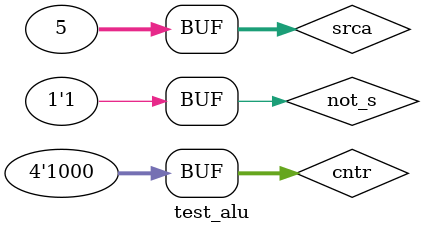
<source format=v>
module test_alu();

reg[31:0] srca,srcb;
reg[3:0] cntr;
reg[4:0] shamt;
reg not_s;
wire[31:0] resaltl;
wire[1:0] cnd;

localparam ADD = 4'b0000;
localparam AND = 4'b0001;
localparam OR  = 4'b0010;
localparam XOR = 4'b0011;
localparam SLL = 4'b0100;
localparam SRL = 4'b0101;
localparam SUB = 4'b0110;
localparam SRA = 4'b0111;
localparam AM  = 4'b1000;



 alu uut(
	.srca(srca),
	.srcb(srcb),
	.shamt(shamt),	
	.cntr(cntr),
	.not_s(not_s),
	.resalt(resalt),
	.cnd(cnd)
);
initial begin
	#5
	not_s = 1;
	#1
	srca = 10'd5;
	#1	
	srca = 10'd5;
	#1
	cntr = ADD;
	//$display('%d = %d + %d',resalt,srca,srcb);	
	#5
	#1
	srca = -5;
	#1	
	srca = 10'd5;
	#1
	cntr = ADD;
	#5
	//$display('%d = %d + %d',resalt,srca,srcb);	
	#1
	srca = -5;
	#1	
	srca = 10'd5;
	#1
	cntr = AND;
	//$display('%d = %d & %d',resalt,srca,srcb);
	#5
	#1
	srca = -5;
	#1	
	srca = 10'd5;
	#1
	cntr = OR;
	#5
	//$display('%d = %d | %d',resalt,srca,srcb);	
	#1
	srca = -5;
	#1	
	srca = 10'd5;
	#1
	cntr = XOR;
	#5
	//$display('%d = %d ^ %d',resalt,srca,srcb);		
	#1
	srca = -5;
	#1	
	srca = 10'd5;
	#1
	cntr = SLL;
	#5	
	//$display('%d = shift lift %d',resalt, srcb[4:0]);		
	#1
	srca = -5;
	#1	
	srca = 10'd5;
	#1
	cntr = SRL;
	#5
	//$display('%d = shift right %d',resalt, srcb[4:0]);	
	#1
	srca = 10'd1;
	#1	
	srca = 10'd5;
	#1
	cntr = SUB;
	#5
	//$display('%d = %d - %d',resalt,srca,srcb);	
	#1
	srca = 10'd3;
	#1	
	srca = 10'd5;
	#1
	cntr = SRA;
	#5
	//$display('%d = arifmetic shift right %d',resalt, srcb[4:0]);	
		
	#1
	srca = 10'd3;
	#1	
	srca = 10'd5;
	#1
	cntr = AM;
	#5
	//$display('%d = AM',resalt);	
	#1
	srca = 10'd2;
	#1	
	srca = 10'd5;
	#1
	cntr = AM;
	//$display('%d = AM',resalt);
	
////////////	
	
	#15
	not_s = 1;
	#1
	srca = 10'd5;
	#1	
	srca = 10'd5;
	#1
	cntr = ADD;
	//$display('%d = %d + %d',resalt,srca,srcb);	
	#5
	#1
	srca = -5;
	#1	
	srca = 10'd5;
	#1
	cntr = ADD;
	#5
	//$display('%d = %d + %d',resalt,srca,srcb);	
	#1
	srca = -5;
	#1	
	srca = 10'd5;
	#1
	cntr = AND;
	//$display('%d = %d & %d',resalt,srca,srcb);
	#5
	#1
	srca = -5;
	#1	
	srca = 10'd5;
	#1
	cntr = OR;
	#5
	//$display('%d = %d | %d',resalt,srca,srcb);	
	#1
	srca = -5;
	#1	
	srca = 10'd5;
	#1
	cntr = XOR;
	#5
	//$display('%d = %d ^ %d',resalt,srca,srcb);		
	#1
	srca = -5;
	#1	
	srca = 10'd5;
	#1
	cntr = SLL;
	#5	
	//$display('%d = shift lift %d',resalt, srcb[4:0]);		
	#1
	srca = -5;
	#1	
	srca = 10'd5;
	#1
	cntr = SRL;
	#5
	//$display('%d = shift right %d',resalt, srcb[4:0]);	
	#1
	srca = 10'd1;
	#1	
	srca = 10'd5;
	#1
	cntr = SUB;
	#5
	//$display('%d = %d - %d',resalt,srca,srcb);	
	#1
	srca = 10'd3;
	#1	
	srca = 10'd5;
	#1
	cntr = SRA;
	#5
	//$display('%d = arifmetic shift right %d',resalt, srcb[4:0]);	
		
	#1
	srca = 10'd3;
	#1	
	srca = 10'd5;
	#1
	cntr = AM;
	#5
	//$display('%d = AM',resalt);	
	#1
	srca = 10'd2;
	#1	
	srca = 10'd5;
	#1
	cntr = AM;
	//$display('%d = AM',resalt);
	
end

endmodule

</source>
